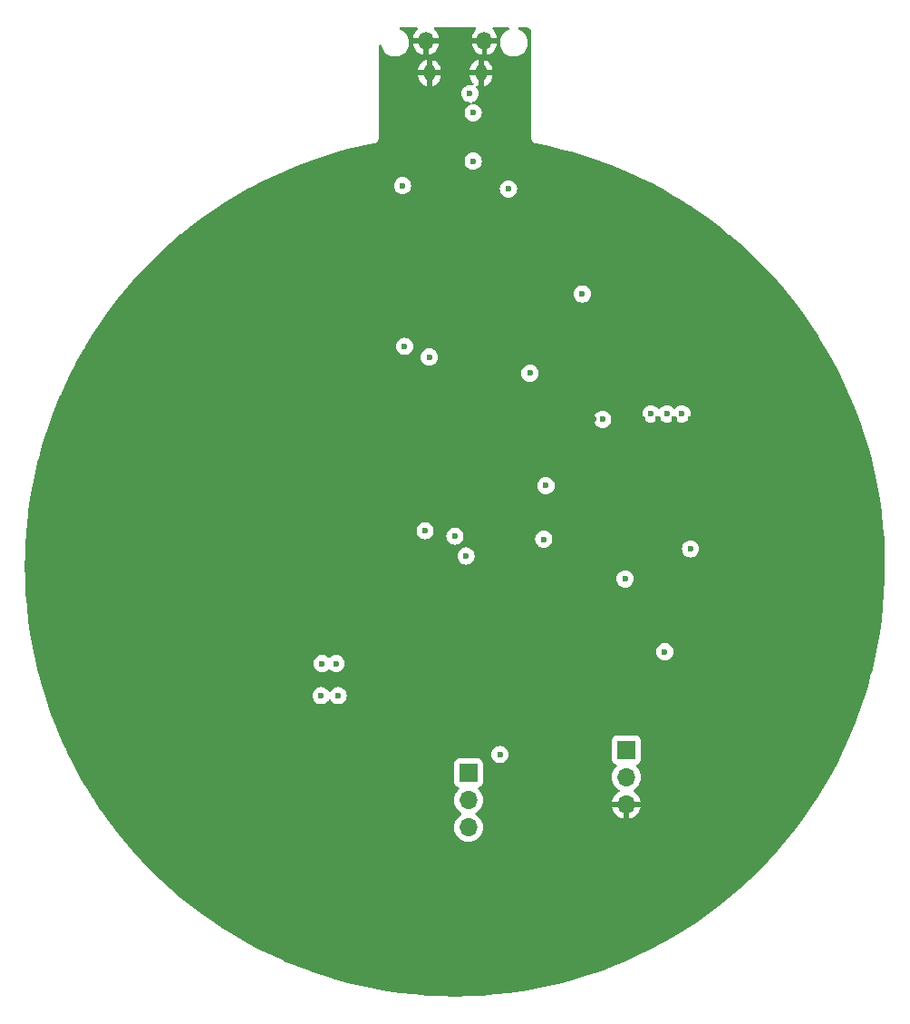
<source format=gbr>
%TF.GenerationSoftware,KiCad,Pcbnew,8.0.6*%
%TF.CreationDate,2024-11-26T17:38:28-05:00*%
%TF.ProjectId,Christmas Ornament 2024,43687269-7374-46d6-9173-204f726e616d,rev?*%
%TF.SameCoordinates,Original*%
%TF.FileFunction,Copper,L2,Inr*%
%TF.FilePolarity,Positive*%
%FSLAX46Y46*%
G04 Gerber Fmt 4.6, Leading zero omitted, Abs format (unit mm)*
G04 Created by KiCad (PCBNEW 8.0.6) date 2024-11-26 17:38:28*
%MOMM*%
%LPD*%
G01*
G04 APERTURE LIST*
%TA.AperFunction,ComponentPad*%
%ADD10R,1.700000X1.700000*%
%TD*%
%TA.AperFunction,ComponentPad*%
%ADD11O,1.700000X1.700000*%
%TD*%
%TA.AperFunction,ComponentPad*%
%ADD12O,1.350000X1.700000*%
%TD*%
%TA.AperFunction,ComponentPad*%
%ADD13O,1.100000X1.500000*%
%TD*%
%TA.AperFunction,ViaPad*%
%ADD14C,0.600000*%
%TD*%
G04 APERTURE END LIST*
D10*
%TO.N,+5C*%
%TO.C,J4*%
X128270000Y-120904000D03*
D11*
%TO.N,+5ish*%
X128270000Y-123444000D03*
%TO.N,+5V*%
X128270000Y-125984000D03*
%TD*%
D10*
%TO.N,+BATT*%
%TO.C,J5*%
X143020000Y-118760000D03*
D11*
%TO.N,unconnected-(J5-Pin_2-Pad2)*%
X143020000Y-121300000D03*
%TO.N,GND*%
X143020000Y-123840000D03*
%TD*%
D12*
%TO.N,GND*%
%TO.C,J1*%
X129755000Y-52560000D03*
D13*
X129444999Y-55559999D03*
X124605000Y-55560000D03*
D12*
X124295000Y-52560000D03*
%TD*%
D14*
%TO.N,GND*%
X128550000Y-136900000D03*
X142750000Y-133650000D03*
X153800000Y-125400000D03*
X160750000Y-113450000D03*
X163000000Y-99750000D03*
X159700000Y-85950000D03*
X125350000Y-65650000D03*
%TO.N,+3V3*%
X114500000Y-113700000D03*
X134000000Y-83600000D03*
X116100000Y-113700000D03*
X146600000Y-109600000D03*
X122300000Y-81100000D03*
X124206000Y-98298000D03*
X140800000Y-87900000D03*
X146800000Y-87400000D03*
X138900000Y-76200000D03*
X128700000Y-59300000D03*
X114600000Y-110700000D03*
X148200000Y-87400000D03*
X145300000Y-87400000D03*
X115900000Y-110700000D03*
X128700000Y-63800000D03*
X128036549Y-100663451D03*
X149000000Y-100000000D03*
X135500000Y-94100000D03*
X135300000Y-99100000D03*
%TO.N,GND*%
X116300000Y-134500000D03*
X140562500Y-97667500D03*
X136000000Y-108200000D03*
X149000000Y-87900000D03*
X92100000Y-104200000D03*
X129000000Y-99025000D03*
X132300000Y-94600000D03*
X130700000Y-103500000D03*
X150200000Y-98982500D03*
X129186403Y-97825000D03*
X143300000Y-80500000D03*
X124300000Y-102800000D03*
X104600000Y-128100000D03*
X138500000Y-87900000D03*
X120396000Y-115062000D03*
X132000000Y-99100000D03*
X139562500Y-98700000D03*
X95600000Y-117500000D03*
X140000000Y-87900000D03*
X135100000Y-85700000D03*
X125200000Y-100300000D03*
X136000000Y-79500000D03*
X125300000Y-59300000D03*
X151300000Y-95500000D03*
X147500000Y-87900000D03*
X144500000Y-108100000D03*
X139300000Y-102600000D03*
X104000000Y-130800000D03*
X146000000Y-108100000D03*
X111900000Y-71200000D03*
X125300000Y-63900000D03*
X149500000Y-75000000D03*
X144500000Y-87900000D03*
X137600000Y-67800000D03*
X93500000Y-90700000D03*
X123200000Y-98300000D03*
X122200000Y-91800000D03*
X100500000Y-79200000D03*
X146000000Y-87900000D03*
X110236000Y-115062000D03*
X113030000Y-116332000D03*
X137000000Y-87900000D03*
X126700000Y-88800000D03*
X145900000Y-134900000D03*
X148450000Y-116550000D03*
%TO.N,+BATT*%
X131200000Y-119200000D03*
%TO.N,+5V*%
X128400000Y-57500000D03*
%TO.N,Net-(JP1-B)*%
X127000000Y-98806000D03*
%TO.N,QSPI SS*%
X122100000Y-66100000D03*
X124600000Y-82100000D03*
%TO.N,Net-(SW1-A)*%
X142900000Y-102800000D03*
X132000000Y-66400000D03*
%TD*%
%TA.AperFunction,Conductor*%
%TO.N,GND*%
G36*
X123485476Y-51320185D02*
G01*
X123531231Y-51372989D01*
X123541175Y-51442147D01*
X123512150Y-51505703D01*
X123506118Y-51512181D01*
X123398758Y-51619540D01*
X123398754Y-51619545D01*
X123290052Y-51769162D01*
X123206084Y-51933956D01*
X123206083Y-51933959D01*
X123148933Y-52109852D01*
X123120000Y-52292526D01*
X123120000Y-52310000D01*
X123945000Y-52310000D01*
X123945000Y-52810000D01*
X123120000Y-52810000D01*
X123120000Y-52827473D01*
X123148933Y-53010147D01*
X123206083Y-53186040D01*
X123206084Y-53186043D01*
X123290052Y-53350837D01*
X123398754Y-53500454D01*
X123398758Y-53500459D01*
X123529540Y-53631241D01*
X123529545Y-53631245D01*
X123679162Y-53739947D01*
X123843956Y-53823915D01*
X123843959Y-53823916D01*
X124019845Y-53881064D01*
X124019858Y-53881067D01*
X124045000Y-53885049D01*
X124045000Y-53054975D01*
X124080095Y-53090070D01*
X124159905Y-53136148D01*
X124248922Y-53160000D01*
X124341078Y-53160000D01*
X124430095Y-53136148D01*
X124509905Y-53090070D01*
X124545000Y-53054975D01*
X124545000Y-53885048D01*
X124570141Y-53881067D01*
X124570154Y-53881064D01*
X124746040Y-53823916D01*
X124746043Y-53823915D01*
X124910837Y-53739947D01*
X125060454Y-53631245D01*
X125060459Y-53631241D01*
X125191241Y-53500459D01*
X125191245Y-53500454D01*
X125299947Y-53350837D01*
X125383915Y-53186043D01*
X125383916Y-53186040D01*
X125441066Y-53010147D01*
X125470000Y-52827473D01*
X125470000Y-52810000D01*
X124645000Y-52810000D01*
X124645000Y-52310000D01*
X125470000Y-52310000D01*
X125470000Y-52292526D01*
X125441066Y-52109852D01*
X125383916Y-51933959D01*
X125383915Y-51933956D01*
X125299947Y-51769162D01*
X125191245Y-51619545D01*
X125191241Y-51619540D01*
X125083882Y-51512181D01*
X125050397Y-51450858D01*
X125055381Y-51381166D01*
X125097253Y-51325233D01*
X125162717Y-51300816D01*
X125171563Y-51300500D01*
X128878437Y-51300500D01*
X128945476Y-51320185D01*
X128991231Y-51372989D01*
X129001175Y-51442147D01*
X128972150Y-51505703D01*
X128966118Y-51512181D01*
X128858758Y-51619540D01*
X128858754Y-51619545D01*
X128750052Y-51769162D01*
X128666084Y-51933956D01*
X128666083Y-51933959D01*
X128608933Y-52109852D01*
X128580000Y-52292526D01*
X128580000Y-52310000D01*
X129405000Y-52310000D01*
X129405000Y-52810000D01*
X128580000Y-52810000D01*
X128580000Y-52827473D01*
X128608933Y-53010147D01*
X128666083Y-53186040D01*
X128666084Y-53186043D01*
X128750052Y-53350837D01*
X128858754Y-53500454D01*
X128858758Y-53500459D01*
X128989540Y-53631241D01*
X128989545Y-53631245D01*
X129139162Y-53739947D01*
X129303956Y-53823915D01*
X129303959Y-53823916D01*
X129479845Y-53881064D01*
X129479858Y-53881067D01*
X129505000Y-53885049D01*
X129505000Y-53054975D01*
X129540095Y-53090070D01*
X129619905Y-53136148D01*
X129708922Y-53160000D01*
X129801078Y-53160000D01*
X129890095Y-53136148D01*
X129969905Y-53090070D01*
X130005000Y-53054975D01*
X130005000Y-53885048D01*
X130030141Y-53881067D01*
X130030154Y-53881064D01*
X130206040Y-53823916D01*
X130206043Y-53823915D01*
X130370837Y-53739947D01*
X130520454Y-53631245D01*
X130520459Y-53631241D01*
X130651241Y-53500459D01*
X130651245Y-53500454D01*
X130759947Y-53350837D01*
X130843915Y-53186043D01*
X130843916Y-53186040D01*
X130901066Y-53010147D01*
X130930000Y-52827473D01*
X130930000Y-52810000D01*
X130105000Y-52810000D01*
X130105000Y-52310000D01*
X130930000Y-52310000D01*
X130930000Y-52292526D01*
X130901066Y-52109852D01*
X130843916Y-51933959D01*
X130843915Y-51933956D01*
X130759947Y-51769162D01*
X130651245Y-51619545D01*
X130651241Y-51619540D01*
X130543882Y-51512181D01*
X130510397Y-51450858D01*
X130515381Y-51381166D01*
X130557253Y-51325233D01*
X130622717Y-51300816D01*
X130631563Y-51300500D01*
X131969693Y-51300500D01*
X132036732Y-51320185D01*
X132082487Y-51372989D01*
X132092431Y-51442147D01*
X132063406Y-51505703D01*
X132008013Y-51542430D01*
X132003506Y-51543894D01*
X132000777Y-51544781D01*
X131818386Y-51637715D01*
X131652786Y-51758028D01*
X131508028Y-51902786D01*
X131387715Y-52068386D01*
X131294781Y-52250776D01*
X131231522Y-52445465D01*
X131199500Y-52647648D01*
X131199500Y-52852351D01*
X131231522Y-53054534D01*
X131294781Y-53249223D01*
X131387715Y-53431613D01*
X131508028Y-53597213D01*
X131652786Y-53741971D01*
X131765575Y-53823915D01*
X131818390Y-53862287D01*
X131934607Y-53921503D01*
X132000776Y-53955218D01*
X132000778Y-53955218D01*
X132000781Y-53955220D01*
X132105137Y-53989127D01*
X132195465Y-54018477D01*
X132296557Y-54034488D01*
X132397648Y-54050500D01*
X132397649Y-54050500D01*
X132602351Y-54050500D01*
X132602352Y-54050500D01*
X132804534Y-54018477D01*
X132999219Y-53955220D01*
X133181610Y-53862287D01*
X133274590Y-53794732D01*
X133347213Y-53741971D01*
X133347215Y-53741968D01*
X133347219Y-53741966D01*
X133491966Y-53597219D01*
X133491968Y-53597215D01*
X133491971Y-53597213D01*
X133544732Y-53524590D01*
X133612287Y-53431610D01*
X133705220Y-53249219D01*
X133768477Y-53054534D01*
X133800500Y-52852352D01*
X133800500Y-52647648D01*
X133772472Y-52470686D01*
X133768477Y-52445465D01*
X133718784Y-52292526D01*
X133705220Y-52250781D01*
X133705218Y-52250778D01*
X133705218Y-52250776D01*
X133666559Y-52174905D01*
X133612287Y-52068390D01*
X133604556Y-52057749D01*
X133491971Y-51902786D01*
X133347213Y-51758028D01*
X133181613Y-51637715D01*
X133181612Y-51637714D01*
X133181610Y-51637713D01*
X133051550Y-51571444D01*
X132999222Y-51544781D01*
X132999219Y-51544780D01*
X132991986Y-51542430D01*
X132934313Y-51502992D01*
X132907115Y-51438634D01*
X132919030Y-51369787D01*
X132966275Y-51318312D01*
X133030307Y-51300500D01*
X133555401Y-51300500D01*
X133555405Y-51300501D01*
X133614337Y-51300500D01*
X133628207Y-51301277D01*
X133718486Y-51311440D01*
X133745534Y-51317608D01*
X133824680Y-51345278D01*
X133849678Y-51357305D01*
X133920690Y-51401878D01*
X133942391Y-51419165D01*
X134001718Y-51478416D01*
X134019031Y-51500093D01*
X134063694Y-51571041D01*
X134075756Y-51596028D01*
X134103528Y-51675138D01*
X134109731Y-51702178D01*
X134120005Y-51792382D01*
X134120802Y-51806254D01*
X134133470Y-61589591D01*
X134131269Y-61613009D01*
X134130075Y-61619260D01*
X134130074Y-61619266D01*
X134133246Y-61662656D01*
X134133576Y-61671528D01*
X134133634Y-61715023D01*
X134135286Y-61721157D01*
X134139221Y-61744355D01*
X134139684Y-61750692D01*
X134139685Y-61750696D01*
X134153979Y-61791784D01*
X134156597Y-61800279D01*
X134167906Y-61842270D01*
X134167908Y-61842275D01*
X134171095Y-61847779D01*
X134180897Y-61869161D01*
X134182986Y-61875165D01*
X134207422Y-61911148D01*
X134212146Y-61918671D01*
X134233943Y-61956311D01*
X134233944Y-61956312D01*
X134233946Y-61956315D01*
X134238445Y-61960802D01*
X134253451Y-61978924D01*
X134257024Y-61984185D01*
X134257025Y-61984186D01*
X134289955Y-62012628D01*
X134296469Y-62018676D01*
X134327253Y-62049380D01*
X134332762Y-62052551D01*
X134351944Y-62066168D01*
X134356760Y-62070328D01*
X134395927Y-62089277D01*
X134403748Y-62093413D01*
X134441466Y-62115125D01*
X134447607Y-62116762D01*
X134469664Y-62124952D01*
X134475389Y-62127722D01*
X134489988Y-62130511D01*
X134518118Y-62135887D01*
X134526777Y-62137865D01*
X134568804Y-62149068D01*
X134570495Y-62149065D01*
X134595840Y-62151648D01*
X135773913Y-62395997D01*
X135777679Y-62396841D01*
X137000974Y-62690927D01*
X137004667Y-62691876D01*
X138218153Y-63024251D01*
X138221812Y-63025315D01*
X139424257Y-63395639D01*
X139427863Y-63396811D01*
X140618063Y-63804713D01*
X140621688Y-63806019D01*
X141798496Y-64251106D01*
X141802047Y-64252513D01*
X142577509Y-64573994D01*
X142964252Y-64734325D01*
X142967827Y-64735873D01*
X144114321Y-65253950D01*
X144117845Y-65255610D01*
X145234391Y-65803014D01*
X145247462Y-65809422D01*
X145250926Y-65811188D01*
X146362651Y-66400239D01*
X146366030Y-66402099D01*
X147446078Y-67018571D01*
X147458680Y-67025764D01*
X147462021Y-67027741D01*
X147571755Y-67095031D01*
X148534531Y-67685413D01*
X148537819Y-67687501D01*
X149027750Y-68009530D01*
X149589162Y-68378544D01*
X149592326Y-68380696D01*
X149844572Y-68558087D01*
X150621464Y-69104435D01*
X150624615Y-69106726D01*
X151630464Y-69862396D01*
X151633541Y-69864784D01*
X152615170Y-70651682D01*
X152618171Y-70654166D01*
X153574604Y-71471513D01*
X153577525Y-71474090D01*
X154507793Y-72321056D01*
X154510632Y-72323723D01*
X155413868Y-73199519D01*
X155416621Y-73202274D01*
X156291873Y-74105975D01*
X156294539Y-74108815D01*
X157131351Y-75028980D01*
X157141006Y-75039596D01*
X157143576Y-75042513D01*
X157702873Y-75697738D01*
X157960372Y-75999401D01*
X157962849Y-76002397D01*
X158121071Y-76200003D01*
X158749180Y-76984460D01*
X158751567Y-76987538D01*
X159506696Y-77993857D01*
X159508984Y-77997009D01*
X160232099Y-79026502D01*
X160234288Y-79029725D01*
X160924721Y-80081437D01*
X160926796Y-80084708D01*
X161067607Y-80314632D01*
X161583862Y-81157600D01*
X161585844Y-81160953D01*
X162208879Y-82253940D01*
X162210755Y-82257354D01*
X162799164Y-83369391D01*
X162800931Y-83372862D01*
X163348705Y-84491769D01*
X163354102Y-84502792D01*
X163355760Y-84506317D01*
X163873185Y-85653105D01*
X163874731Y-85656681D01*
X164355869Y-86819124D01*
X164357302Y-86822746D01*
X164427790Y-87009435D01*
X164758854Y-87886274D01*
X164801700Y-87999752D01*
X164803015Y-88003410D01*
X164828960Y-88079254D01*
X165210217Y-89193769D01*
X165211420Y-89197474D01*
X165581035Y-90400050D01*
X165582121Y-90403791D01*
X165913790Y-91617406D01*
X165914757Y-91621179D01*
X166208130Y-92844561D01*
X166208979Y-92848363D01*
X166463788Y-94080382D01*
X166464517Y-94084208D01*
X166680505Y-95323637D01*
X166681113Y-95327485D01*
X166858058Y-96573040D01*
X166858546Y-96576904D01*
X166996290Y-97827476D01*
X166996655Y-97831354D01*
X167095046Y-99085563D01*
X167095290Y-99089451D01*
X167154242Y-100346185D01*
X167154363Y-100350078D01*
X167173811Y-101608010D01*
X167173810Y-101611905D01*
X167153738Y-102869827D01*
X167153615Y-102873721D01*
X167094041Y-104130429D01*
X167093795Y-104134316D01*
X166994782Y-105388474D01*
X166994415Y-105392352D01*
X166856054Y-106642828D01*
X166855565Y-106646692D01*
X166677995Y-107892212D01*
X166677384Y-107896060D01*
X166460791Y-109135323D01*
X166460061Y-109139149D01*
X166204634Y-110371079D01*
X166203783Y-110374880D01*
X165909796Y-111598147D01*
X165908826Y-111601919D01*
X165576575Y-112815304D01*
X165575488Y-112819045D01*
X165205264Y-114021474D01*
X165204059Y-114025178D01*
X164796273Y-115215318D01*
X164794953Y-115218983D01*
X164349967Y-116395778D01*
X164348532Y-116399399D01*
X163866819Y-117561605D01*
X163865271Y-117565180D01*
X163347288Y-118711685D01*
X163345629Y-118715209D01*
X162791885Y-119844891D01*
X162790116Y-119848361D01*
X162201170Y-120960081D01*
X162199293Y-120963494D01*
X161575702Y-122056196D01*
X161573718Y-122059548D01*
X160916141Y-123132081D01*
X160914053Y-123135370D01*
X160223095Y-124186746D01*
X160220905Y-124189967D01*
X159497274Y-125219109D01*
X159494984Y-125222260D01*
X158739371Y-126228184D01*
X158736983Y-126231261D01*
X157950155Y-127212946D01*
X157947671Y-127215947D01*
X157130392Y-128172440D01*
X157127815Y-128175361D01*
X156280917Y-129105691D01*
X156278250Y-129108530D01*
X155402536Y-130011812D01*
X155399781Y-130014566D01*
X154496127Y-130889898D01*
X154493287Y-130892564D01*
X153562581Y-131739084D01*
X153559659Y-131741659D01*
X152602819Y-132558534D01*
X152599817Y-132561016D01*
X151617818Y-133347411D01*
X151614740Y-133349798D01*
X150608496Y-134104984D01*
X150605344Y-134107273D01*
X149575896Y-134830468D01*
X149572674Y-134832657D01*
X148520997Y-135523175D01*
X148517708Y-135525261D01*
X147444891Y-136182388D01*
X147441537Y-136184371D01*
X146348575Y-136807496D01*
X146345162Y-136809371D01*
X145233204Y-137397841D01*
X145229733Y-137399609D01*
X144099817Y-137952874D01*
X144096292Y-137954532D01*
X142949541Y-138472040D01*
X142945965Y-138473586D01*
X141783566Y-138954803D01*
X141779945Y-138956236D01*
X140602979Y-139400716D01*
X140599313Y-139402035D01*
X139408981Y-139809322D01*
X139405277Y-139810525D01*
X138202719Y-140180231D01*
X138198978Y-140181317D01*
X136985416Y-140513065D01*
X136981643Y-140514033D01*
X135758253Y-140807501D01*
X135754451Y-140808350D01*
X134522450Y-141063248D01*
X134518624Y-141063977D01*
X133279237Y-141280050D01*
X133275389Y-141280659D01*
X132029825Y-141457697D01*
X132025961Y-141458185D01*
X130775394Y-141596020D01*
X130771516Y-141596385D01*
X129517314Y-141694866D01*
X129513426Y-141695110D01*
X128256728Y-141754151D01*
X128252835Y-141754273D01*
X126994872Y-141773811D01*
X126990977Y-141773810D01*
X125733055Y-141753829D01*
X125729161Y-141753706D01*
X124472480Y-141694224D01*
X124468593Y-141693979D01*
X123214396Y-141595054D01*
X123210518Y-141594687D01*
X121960037Y-141456416D01*
X121956173Y-141455927D01*
X120710662Y-141278450D01*
X120706814Y-141277840D01*
X119467477Y-141061327D01*
X119463651Y-141060596D01*
X118244713Y-140807955D01*
X118231757Y-140805269D01*
X118227962Y-140804421D01*
X117004683Y-140510523D01*
X117000910Y-140509554D01*
X115801845Y-140181317D01*
X115787414Y-140177366D01*
X115783699Y-140176286D01*
X115379267Y-140051794D01*
X114581307Y-139806168D01*
X114577602Y-139804964D01*
X113537064Y-139448521D01*
X113387380Y-139397246D01*
X113383720Y-139395928D01*
X112206940Y-138951045D01*
X112203318Y-138949611D01*
X111041029Y-138467960D01*
X111037455Y-138466412D01*
X109890936Y-137948523D01*
X109887411Y-137946864D01*
X108757677Y-137393196D01*
X108754207Y-137391427D01*
X107642445Y-136802561D01*
X107639032Y-136800684D01*
X106546323Y-136177194D01*
X106542970Y-136175211D01*
X105481042Y-135524240D01*
X105470327Y-135517671D01*
X105467049Y-135515590D01*
X105364229Y-135448028D01*
X104415653Y-134824727D01*
X104412431Y-134822537D01*
X103383222Y-134098970D01*
X103380071Y-134096680D01*
X102374092Y-133341140D01*
X102371015Y-133338752D01*
X101389293Y-132552010D01*
X101386292Y-132549527D01*
X100429738Y-131732315D01*
X100426816Y-131729738D01*
X99496427Y-130882908D01*
X99493588Y-130880242D01*
X99103203Y-130501827D01*
X98590200Y-130004553D01*
X98587495Y-130001847D01*
X98066094Y-129463653D01*
X97712074Y-129098230D01*
X97709408Y-129095390D01*
X96862820Y-128164745D01*
X96860245Y-128161823D01*
X96043319Y-127205062D01*
X96040836Y-127202060D01*
X95254354Y-126220098D01*
X95251967Y-126217020D01*
X95077059Y-125984000D01*
X94496687Y-125210802D01*
X94494440Y-125207709D01*
X93984897Y-124482498D01*
X93771151Y-124178283D01*
X93768962Y-124175061D01*
X93288881Y-123443999D01*
X126914341Y-123443999D01*
X126914341Y-123444000D01*
X126934936Y-123679403D01*
X126934938Y-123679413D01*
X126996094Y-123907655D01*
X126996096Y-123907659D01*
X126996097Y-123907663D01*
X127054540Y-124032993D01*
X127095965Y-124121830D01*
X127095967Y-124121834D01*
X127231501Y-124315395D01*
X127231506Y-124315402D01*
X127398597Y-124482493D01*
X127398603Y-124482498D01*
X127584158Y-124612425D01*
X127627783Y-124667002D01*
X127634977Y-124736500D01*
X127603454Y-124798855D01*
X127584158Y-124815575D01*
X127398597Y-124945505D01*
X127231505Y-125112597D01*
X127095965Y-125306169D01*
X127095964Y-125306171D01*
X126996098Y-125520335D01*
X126996094Y-125520344D01*
X126934938Y-125748586D01*
X126934936Y-125748596D01*
X126914341Y-125983999D01*
X126914341Y-125984000D01*
X126934936Y-126219403D01*
X126934938Y-126219413D01*
X126996094Y-126447655D01*
X126996096Y-126447659D01*
X126996097Y-126447663D01*
X127086205Y-126640900D01*
X127095965Y-126661830D01*
X127095967Y-126661834D01*
X127204281Y-126816521D01*
X127231505Y-126855401D01*
X127398599Y-127022495D01*
X127495384Y-127090265D01*
X127592165Y-127158032D01*
X127592167Y-127158033D01*
X127592170Y-127158035D01*
X127806337Y-127257903D01*
X128034592Y-127319063D01*
X128222918Y-127335539D01*
X128269999Y-127339659D01*
X128270000Y-127339659D01*
X128270001Y-127339659D01*
X128309234Y-127336226D01*
X128505408Y-127319063D01*
X128733663Y-127257903D01*
X128947830Y-127158035D01*
X129141401Y-127022495D01*
X129308495Y-126855401D01*
X129444035Y-126661830D01*
X129543903Y-126447663D01*
X129605063Y-126219408D01*
X129625659Y-125984000D01*
X129605063Y-125748592D01*
X129543903Y-125520337D01*
X129444035Y-125306171D01*
X129385281Y-125222260D01*
X129308494Y-125112597D01*
X129141402Y-124945506D01*
X129141396Y-124945501D01*
X128955842Y-124815575D01*
X128912217Y-124760998D01*
X128905023Y-124691500D01*
X128936546Y-124629145D01*
X128955842Y-124612425D01*
X129011425Y-124573505D01*
X129141401Y-124482495D01*
X129308495Y-124315401D01*
X129444035Y-124121830D01*
X129543903Y-123907663D01*
X129605063Y-123679408D01*
X129625659Y-123444000D01*
X129605063Y-123208592D01*
X129543903Y-122980337D01*
X129444035Y-122766171D01*
X129378011Y-122671879D01*
X129308496Y-122572600D01*
X129259203Y-122523307D01*
X129186567Y-122450671D01*
X129153084Y-122389351D01*
X129158068Y-122319659D01*
X129199939Y-122263725D01*
X129230915Y-122246810D01*
X129362331Y-122197796D01*
X129477546Y-122111546D01*
X129563796Y-121996331D01*
X129614091Y-121861483D01*
X129620500Y-121801873D01*
X129620500Y-121299999D01*
X141664341Y-121299999D01*
X141664341Y-121300000D01*
X141684936Y-121535403D01*
X141684938Y-121535413D01*
X141746094Y-121763655D01*
X141746096Y-121763659D01*
X141746097Y-121763663D01*
X141845965Y-121977830D01*
X141845967Y-121977834D01*
X141981501Y-122171395D01*
X141981506Y-122171402D01*
X142148597Y-122338493D01*
X142148603Y-122338498D01*
X142334594Y-122468730D01*
X142378219Y-122523307D01*
X142385413Y-122592805D01*
X142353890Y-122655160D01*
X142334595Y-122671880D01*
X142148922Y-122801890D01*
X142148920Y-122801891D01*
X141981891Y-122968920D01*
X141981886Y-122968926D01*
X141846400Y-123162420D01*
X141846399Y-123162422D01*
X141746570Y-123376507D01*
X141746567Y-123376513D01*
X141689364Y-123589999D01*
X141689364Y-123590000D01*
X142586988Y-123590000D01*
X142554075Y-123647007D01*
X142520000Y-123774174D01*
X142520000Y-123905826D01*
X142554075Y-124032993D01*
X142586988Y-124090000D01*
X141689364Y-124090000D01*
X141746567Y-124303486D01*
X141746570Y-124303492D01*
X141846399Y-124517578D01*
X141981894Y-124711082D01*
X142148917Y-124878105D01*
X142342421Y-125013600D01*
X142556507Y-125113429D01*
X142556516Y-125113433D01*
X142770000Y-125170634D01*
X142770000Y-124273012D01*
X142827007Y-124305925D01*
X142954174Y-124340000D01*
X143085826Y-124340000D01*
X143212993Y-124305925D01*
X143270000Y-124273012D01*
X143270000Y-125170633D01*
X143483483Y-125113433D01*
X143483492Y-125113429D01*
X143697578Y-125013600D01*
X143891082Y-124878105D01*
X144058105Y-124711082D01*
X144193600Y-124517578D01*
X144293429Y-124303492D01*
X144293432Y-124303486D01*
X144350636Y-124090000D01*
X143453012Y-124090000D01*
X143485925Y-124032993D01*
X143520000Y-123905826D01*
X143520000Y-123774174D01*
X143485925Y-123647007D01*
X143453012Y-123590000D01*
X144350636Y-123590000D01*
X144350635Y-123589999D01*
X144293432Y-123376513D01*
X144293429Y-123376507D01*
X144193600Y-123162422D01*
X144193599Y-123162420D01*
X144058113Y-122968926D01*
X144058108Y-122968920D01*
X143891078Y-122801890D01*
X143705405Y-122671879D01*
X143661780Y-122617302D01*
X143654588Y-122547804D01*
X143686110Y-122485449D01*
X143705406Y-122468730D01*
X143731194Y-122450673D01*
X143891401Y-122338495D01*
X144058495Y-122171401D01*
X144194035Y-121977830D01*
X144293903Y-121763663D01*
X144355063Y-121535408D01*
X144375659Y-121300000D01*
X144373789Y-121278632D01*
X144355063Y-121064596D01*
X144355063Y-121064592D01*
X144293903Y-120836337D01*
X144194035Y-120622171D01*
X144058495Y-120428599D01*
X143936567Y-120306671D01*
X143903084Y-120245351D01*
X143908068Y-120175659D01*
X143949939Y-120119725D01*
X143980915Y-120102810D01*
X144112331Y-120053796D01*
X144227546Y-119967546D01*
X144313796Y-119852331D01*
X144364091Y-119717483D01*
X144370500Y-119657873D01*
X144370499Y-117862128D01*
X144364091Y-117802517D01*
X144313796Y-117667669D01*
X144313795Y-117667668D01*
X144313793Y-117667664D01*
X144227547Y-117552455D01*
X144227544Y-117552452D01*
X144112335Y-117466206D01*
X144112328Y-117466202D01*
X143977482Y-117415908D01*
X143977483Y-117415908D01*
X143917883Y-117409501D01*
X143917881Y-117409500D01*
X143917873Y-117409500D01*
X143917864Y-117409500D01*
X142122129Y-117409500D01*
X142122123Y-117409501D01*
X142062516Y-117415908D01*
X141927671Y-117466202D01*
X141927664Y-117466206D01*
X141812455Y-117552452D01*
X141812452Y-117552455D01*
X141726206Y-117667664D01*
X141726202Y-117667671D01*
X141675908Y-117802517D01*
X141673515Y-117824780D01*
X141669501Y-117862123D01*
X141669500Y-117862135D01*
X141669500Y-119657870D01*
X141669501Y-119657876D01*
X141675908Y-119717483D01*
X141726202Y-119852328D01*
X141726206Y-119852335D01*
X141812452Y-119967544D01*
X141812455Y-119967547D01*
X141927664Y-120053793D01*
X141927671Y-120053797D01*
X142059081Y-120102810D01*
X142115015Y-120144681D01*
X142139432Y-120210145D01*
X142124580Y-120278418D01*
X142103430Y-120306673D01*
X141981503Y-120428600D01*
X141845965Y-120622169D01*
X141845964Y-120622171D01*
X141746098Y-120836335D01*
X141746094Y-120836344D01*
X141684938Y-121064586D01*
X141684936Y-121064596D01*
X141664341Y-121299999D01*
X129620500Y-121299999D01*
X129620499Y-120006128D01*
X129614091Y-119946517D01*
X129578963Y-119852335D01*
X129563797Y-119811671D01*
X129563793Y-119811664D01*
X129477547Y-119696455D01*
X129477544Y-119696452D01*
X129362335Y-119610206D01*
X129362328Y-119610202D01*
X129227482Y-119559908D01*
X129227483Y-119559908D01*
X129167883Y-119553501D01*
X129167881Y-119553500D01*
X129167873Y-119553500D01*
X129167864Y-119553500D01*
X127372129Y-119553500D01*
X127372123Y-119553501D01*
X127312516Y-119559908D01*
X127177671Y-119610202D01*
X127177664Y-119610206D01*
X127062455Y-119696452D01*
X127062452Y-119696455D01*
X126976206Y-119811664D01*
X126976202Y-119811671D01*
X126925908Y-119946517D01*
X126919560Y-120005565D01*
X126919501Y-120006123D01*
X126919500Y-120006135D01*
X126919500Y-121801870D01*
X126919501Y-121801876D01*
X126925908Y-121861483D01*
X126976202Y-121996328D01*
X126976206Y-121996335D01*
X127062452Y-122111544D01*
X127062455Y-122111547D01*
X127177664Y-122197793D01*
X127177671Y-122197797D01*
X127309081Y-122246810D01*
X127365015Y-122288681D01*
X127389432Y-122354145D01*
X127374580Y-122422418D01*
X127353430Y-122450673D01*
X127231503Y-122572600D01*
X127095965Y-122766169D01*
X127095964Y-122766171D01*
X126996098Y-122980335D01*
X126996094Y-122980344D01*
X126934938Y-123208586D01*
X126934936Y-123208596D01*
X126914341Y-123443999D01*
X93288881Y-123443999D01*
X93078383Y-123123456D01*
X93076296Y-123120167D01*
X92426536Y-122059548D01*
X92419070Y-122047362D01*
X92417090Y-122044012D01*
X91793905Y-120951128D01*
X91792029Y-120947715D01*
X91203466Y-119835775D01*
X91201698Y-119832304D01*
X90892031Y-119199996D01*
X130394435Y-119199996D01*
X130394435Y-119200003D01*
X130414630Y-119379249D01*
X130414631Y-119379254D01*
X130474211Y-119549523D01*
X130542294Y-119657876D01*
X130570184Y-119702262D01*
X130697738Y-119829816D01*
X130850478Y-119925789D01*
X130969807Y-119967544D01*
X131020745Y-119985368D01*
X131020750Y-119985369D01*
X131199996Y-120005565D01*
X131200000Y-120005565D01*
X131200004Y-120005565D01*
X131379249Y-119985369D01*
X131379252Y-119985368D01*
X131379255Y-119985368D01*
X131549522Y-119925789D01*
X131702262Y-119829816D01*
X131829816Y-119702262D01*
X131925789Y-119549522D01*
X131985368Y-119379255D01*
X132005565Y-119200000D01*
X131985368Y-119020745D01*
X131925789Y-118850478D01*
X131829816Y-118697738D01*
X131702262Y-118570184D01*
X131549523Y-118474211D01*
X131379254Y-118414631D01*
X131379249Y-118414630D01*
X131200004Y-118394435D01*
X131199996Y-118394435D01*
X131020750Y-118414630D01*
X131020745Y-118414631D01*
X130850476Y-118474211D01*
X130697737Y-118570184D01*
X130570184Y-118697737D01*
X130474211Y-118850476D01*
X130414631Y-119020745D01*
X130414630Y-119020750D01*
X130394435Y-119199996D01*
X90892031Y-119199996D01*
X90648352Y-118702428D01*
X90646694Y-118698903D01*
X90518382Y-118414631D01*
X90129118Y-117552224D01*
X90127573Y-117548652D01*
X89646252Y-116386239D01*
X89644819Y-116382617D01*
X89200262Y-115205703D01*
X89198943Y-115202038D01*
X88791573Y-114011745D01*
X88790369Y-114008040D01*
X88695642Y-113699996D01*
X113694435Y-113699996D01*
X113694435Y-113700003D01*
X113714630Y-113879249D01*
X113714631Y-113879254D01*
X113774211Y-114049523D01*
X113804993Y-114098512D01*
X113870184Y-114202262D01*
X113997738Y-114329816D01*
X114150478Y-114425789D01*
X114320745Y-114485368D01*
X114320750Y-114485369D01*
X114499996Y-114505565D01*
X114500000Y-114505565D01*
X114500004Y-114505565D01*
X114679249Y-114485369D01*
X114679252Y-114485368D01*
X114679255Y-114485368D01*
X114849522Y-114425789D01*
X115002262Y-114329816D01*
X115129816Y-114202262D01*
X115195007Y-114098510D01*
X115247341Y-114052221D01*
X115316394Y-114041573D01*
X115380243Y-114069948D01*
X115404992Y-114098509D01*
X115470184Y-114202262D01*
X115597738Y-114329816D01*
X115750478Y-114425789D01*
X115920745Y-114485368D01*
X115920750Y-114485369D01*
X116099996Y-114505565D01*
X116100000Y-114505565D01*
X116100004Y-114505565D01*
X116279249Y-114485369D01*
X116279252Y-114485368D01*
X116279255Y-114485368D01*
X116449522Y-114425789D01*
X116602262Y-114329816D01*
X116729816Y-114202262D01*
X116825789Y-114049522D01*
X116885368Y-113879255D01*
X116905565Y-113700000D01*
X116885368Y-113520745D01*
X116825789Y-113350478D01*
X116824092Y-113347778D01*
X116729815Y-113197737D01*
X116602262Y-113070184D01*
X116449523Y-112974211D01*
X116279254Y-112914631D01*
X116279249Y-112914630D01*
X116100004Y-112894435D01*
X116099996Y-112894435D01*
X115920750Y-112914630D01*
X115920745Y-112914631D01*
X115750476Y-112974211D01*
X115597737Y-113070184D01*
X115470184Y-113197737D01*
X115404994Y-113301487D01*
X115352659Y-113347778D01*
X115283605Y-113358426D01*
X115219757Y-113330051D01*
X115195006Y-113301487D01*
X115129815Y-113197737D01*
X115002262Y-113070184D01*
X114849523Y-112974211D01*
X114679254Y-112914631D01*
X114679249Y-112914630D01*
X114500004Y-112894435D01*
X114499996Y-112894435D01*
X114320750Y-112914630D01*
X114320745Y-112914631D01*
X114150476Y-112974211D01*
X113997737Y-113070184D01*
X113870184Y-113197737D01*
X113774211Y-113350476D01*
X113714631Y-113520745D01*
X113714630Y-113520750D01*
X113694435Y-113699996D01*
X88695642Y-113699996D01*
X88420571Y-112805490D01*
X88419485Y-112801749D01*
X88137479Y-111770442D01*
X88087643Y-111588190D01*
X88086681Y-111584438D01*
X87994975Y-111202262D01*
X87874453Y-110699996D01*
X113794435Y-110699996D01*
X113794435Y-110700003D01*
X113814630Y-110879249D01*
X113814631Y-110879254D01*
X113874211Y-111049523D01*
X113950000Y-111170139D01*
X113970184Y-111202262D01*
X114097738Y-111329816D01*
X114250478Y-111425789D01*
X114420745Y-111485368D01*
X114420750Y-111485369D01*
X114599996Y-111505565D01*
X114600000Y-111505565D01*
X114600004Y-111505565D01*
X114779249Y-111485369D01*
X114779252Y-111485368D01*
X114779255Y-111485368D01*
X114949522Y-111425789D01*
X115102262Y-111329816D01*
X115162319Y-111269759D01*
X115223642Y-111236274D01*
X115293334Y-111241258D01*
X115337681Y-111269759D01*
X115397738Y-111329816D01*
X115550478Y-111425789D01*
X115720745Y-111485368D01*
X115720750Y-111485369D01*
X115899996Y-111505565D01*
X115900000Y-111505565D01*
X115900004Y-111505565D01*
X116079249Y-111485369D01*
X116079252Y-111485368D01*
X116079255Y-111485368D01*
X116249522Y-111425789D01*
X116402262Y-111329816D01*
X116529816Y-111202262D01*
X116625789Y-111049522D01*
X116685368Y-110879255D01*
X116705565Y-110700000D01*
X116687480Y-110539493D01*
X116685369Y-110520750D01*
X116685368Y-110520745D01*
X116637998Y-110385369D01*
X116625789Y-110350478D01*
X116529816Y-110197738D01*
X116402262Y-110070184D01*
X116249523Y-109974211D01*
X116079254Y-109914631D01*
X116079249Y-109914630D01*
X115900004Y-109894435D01*
X115899996Y-109894435D01*
X115720750Y-109914630D01*
X115720745Y-109914631D01*
X115550476Y-109974211D01*
X115397737Y-110070184D01*
X115337681Y-110130241D01*
X115276358Y-110163726D01*
X115206666Y-110158742D01*
X115162319Y-110130241D01*
X115102262Y-110070184D01*
X114949523Y-109974211D01*
X114779254Y-109914631D01*
X114779249Y-109914630D01*
X114600004Y-109894435D01*
X114599996Y-109894435D01*
X114420750Y-109914630D01*
X114420745Y-109914631D01*
X114250476Y-109974211D01*
X114097737Y-110070184D01*
X113970184Y-110197737D01*
X113874211Y-110350476D01*
X113814631Y-110520745D01*
X113814630Y-110520750D01*
X113794435Y-110699996D01*
X87874453Y-110699996D01*
X87793126Y-110361072D01*
X87792278Y-110357274D01*
X87790871Y-110350476D01*
X87635542Y-109599996D01*
X145794435Y-109599996D01*
X145794435Y-109600003D01*
X145814630Y-109779249D01*
X145814631Y-109779254D01*
X145874211Y-109949523D01*
X145889724Y-109974211D01*
X145970184Y-110102262D01*
X146097738Y-110229816D01*
X146250478Y-110325789D01*
X146385325Y-110372974D01*
X146420745Y-110385368D01*
X146420750Y-110385369D01*
X146599996Y-110405565D01*
X146600000Y-110405565D01*
X146600004Y-110405565D01*
X146779249Y-110385369D01*
X146779252Y-110385368D01*
X146779255Y-110385368D01*
X146949522Y-110325789D01*
X147102262Y-110229816D01*
X147229816Y-110102262D01*
X147325789Y-109949522D01*
X147385368Y-109779255D01*
X147405565Y-109600000D01*
X147385368Y-109420745D01*
X147325789Y-109250478D01*
X147229816Y-109097738D01*
X147102262Y-108970184D01*
X146949523Y-108874211D01*
X146779254Y-108814631D01*
X146779249Y-108814630D01*
X146600004Y-108794435D01*
X146599996Y-108794435D01*
X146420750Y-108814630D01*
X146420745Y-108814631D01*
X146250476Y-108874211D01*
X146097737Y-108970184D01*
X145970184Y-109097737D01*
X145874211Y-109250476D01*
X145814631Y-109420745D01*
X145814630Y-109420750D01*
X145794435Y-109599996D01*
X87635542Y-109599996D01*
X87537291Y-109125288D01*
X87536566Y-109121489D01*
X87532424Y-109097738D01*
X87320392Y-107882054D01*
X87319794Y-107878272D01*
X87142657Y-106632659D01*
X87142173Y-106628824D01*
X87014468Y-105470931D01*
X87004245Y-105378237D01*
X87003890Y-105374483D01*
X86905311Y-104120189D01*
X86905068Y-104116306D01*
X86845935Y-102859573D01*
X86845816Y-102855759D01*
X86844946Y-102799996D01*
X142094435Y-102799996D01*
X142094435Y-102800003D01*
X142114630Y-102979249D01*
X142114631Y-102979254D01*
X142174211Y-103149523D01*
X142270184Y-103302262D01*
X142397738Y-103429816D01*
X142550478Y-103525789D01*
X142720745Y-103585368D01*
X142720750Y-103585369D01*
X142899996Y-103605565D01*
X142900000Y-103605565D01*
X142900004Y-103605565D01*
X143079249Y-103585369D01*
X143079252Y-103585368D01*
X143079255Y-103585368D01*
X143249522Y-103525789D01*
X143402262Y-103429816D01*
X143529816Y-103302262D01*
X143625789Y-103149522D01*
X143685368Y-102979255D01*
X143690822Y-102930853D01*
X143705565Y-102800003D01*
X143705565Y-102799996D01*
X143685369Y-102620750D01*
X143685368Y-102620745D01*
X143625788Y-102450476D01*
X143529815Y-102297737D01*
X143402262Y-102170184D01*
X143249523Y-102074211D01*
X143079254Y-102014631D01*
X143079249Y-102014630D01*
X142900004Y-101994435D01*
X142899996Y-101994435D01*
X142720750Y-102014630D01*
X142720745Y-102014631D01*
X142550476Y-102074211D01*
X142397737Y-102170184D01*
X142270184Y-102297737D01*
X142174211Y-102450476D01*
X142114631Y-102620745D01*
X142114630Y-102620750D01*
X142094435Y-102799996D01*
X86844946Y-102799996D01*
X86826185Y-101597753D01*
X86826186Y-101593894D01*
X86840899Y-100663447D01*
X127230984Y-100663447D01*
X127230984Y-100663454D01*
X127251179Y-100842700D01*
X127251180Y-100842705D01*
X127310760Y-101012974D01*
X127406733Y-101165713D01*
X127534287Y-101293267D01*
X127687027Y-101389240D01*
X127857294Y-101448819D01*
X127857299Y-101448820D01*
X128036545Y-101469016D01*
X128036549Y-101469016D01*
X128036553Y-101469016D01*
X128215798Y-101448820D01*
X128215801Y-101448819D01*
X128215804Y-101448819D01*
X128386071Y-101389240D01*
X128538811Y-101293267D01*
X128666365Y-101165713D01*
X128762338Y-101012973D01*
X128821917Y-100842706D01*
X128826102Y-100805565D01*
X128842114Y-100663454D01*
X128842114Y-100663447D01*
X128821918Y-100484201D01*
X128821917Y-100484196D01*
X128774793Y-100349523D01*
X128762338Y-100313929D01*
X128666365Y-100161189D01*
X128538811Y-100033635D01*
X128485286Y-100000003D01*
X128485275Y-99999996D01*
X148194435Y-99999996D01*
X148194435Y-100000003D01*
X148214630Y-100179249D01*
X148214631Y-100179254D01*
X148274211Y-100349523D01*
X148370184Y-100502262D01*
X148497738Y-100629816D01*
X148650478Y-100725789D01*
X148820745Y-100785368D01*
X148820750Y-100785369D01*
X148999996Y-100805565D01*
X149000000Y-100805565D01*
X149000004Y-100805565D01*
X149179249Y-100785369D01*
X149179252Y-100785368D01*
X149179255Y-100785368D01*
X149349522Y-100725789D01*
X149502262Y-100629816D01*
X149629816Y-100502262D01*
X149725789Y-100349522D01*
X149785368Y-100179255D01*
X149787404Y-100161188D01*
X149805565Y-100000003D01*
X149805565Y-99999996D01*
X149785369Y-99820750D01*
X149785368Y-99820745D01*
X149725789Y-99650478D01*
X149629816Y-99497738D01*
X149502262Y-99370184D01*
X149403714Y-99308262D01*
X149349523Y-99274211D01*
X149179254Y-99214631D01*
X149179249Y-99214630D01*
X149000004Y-99194435D01*
X148999996Y-99194435D01*
X148820750Y-99214630D01*
X148820745Y-99214631D01*
X148650476Y-99274211D01*
X148497737Y-99370184D01*
X148370184Y-99497737D01*
X148274211Y-99650476D01*
X148214631Y-99820745D01*
X148214630Y-99820750D01*
X148194435Y-99999996D01*
X128485275Y-99999996D01*
X128386072Y-99937662D01*
X128215803Y-99878082D01*
X128215798Y-99878081D01*
X128036553Y-99857886D01*
X128036545Y-99857886D01*
X127857299Y-99878081D01*
X127857294Y-99878082D01*
X127687025Y-99937662D01*
X127534286Y-100033635D01*
X127406733Y-100161188D01*
X127310760Y-100313927D01*
X127251180Y-100484196D01*
X127251179Y-100484201D01*
X127230984Y-100663447D01*
X86840899Y-100663447D01*
X86846078Y-100335938D01*
X86846200Y-100332045D01*
X86847057Y-100313929D01*
X86905592Y-99075349D01*
X86905837Y-99071473D01*
X86917158Y-98927816D01*
X86966788Y-98297996D01*
X123400435Y-98297996D01*
X123400435Y-98298003D01*
X123420630Y-98477249D01*
X123420631Y-98477254D01*
X123480211Y-98647523D01*
X123576184Y-98800262D01*
X123703738Y-98927816D01*
X123856478Y-99023789D01*
X124011704Y-99078105D01*
X124026745Y-99083368D01*
X124026750Y-99083369D01*
X124205996Y-99103565D01*
X124206000Y-99103565D01*
X124206004Y-99103565D01*
X124385249Y-99083369D01*
X124385252Y-99083368D01*
X124385255Y-99083368D01*
X124555522Y-99023789D01*
X124708262Y-98927816D01*
X124830082Y-98805996D01*
X126194435Y-98805996D01*
X126194435Y-98806003D01*
X126214630Y-98985249D01*
X126214631Y-98985254D01*
X126274211Y-99155523D01*
X126311352Y-99214632D01*
X126370184Y-99308262D01*
X126497738Y-99435816D01*
X126650478Y-99531789D01*
X126820745Y-99591368D01*
X126820750Y-99591369D01*
X126999996Y-99611565D01*
X127000000Y-99611565D01*
X127000004Y-99611565D01*
X127179249Y-99591369D01*
X127179252Y-99591368D01*
X127179255Y-99591368D01*
X127349522Y-99531789D01*
X127502262Y-99435816D01*
X127629816Y-99308262D01*
X127725789Y-99155522D01*
X127745218Y-99099996D01*
X134494435Y-99099996D01*
X134494435Y-99100003D01*
X134514630Y-99279249D01*
X134514631Y-99279254D01*
X134574211Y-99449523D01*
X134604507Y-99497738D01*
X134670184Y-99602262D01*
X134797738Y-99729816D01*
X134888080Y-99786582D01*
X134942450Y-99820745D01*
X134950478Y-99825789D01*
X135042206Y-99857886D01*
X135120745Y-99885368D01*
X135120750Y-99885369D01*
X135299996Y-99905565D01*
X135300000Y-99905565D01*
X135300004Y-99905565D01*
X135479249Y-99885369D01*
X135479252Y-99885368D01*
X135479255Y-99885368D01*
X135649522Y-99825789D01*
X135802262Y-99729816D01*
X135929816Y-99602262D01*
X136025789Y-99449522D01*
X136085368Y-99279255D01*
X136085369Y-99279249D01*
X136105565Y-99100003D01*
X136105565Y-99099996D01*
X136085369Y-98920750D01*
X136085368Y-98920745D01*
X136045217Y-98806000D01*
X136025789Y-98750478D01*
X135929816Y-98597738D01*
X135802262Y-98470184D01*
X135780446Y-98456476D01*
X135649523Y-98374211D01*
X135479254Y-98314631D01*
X135479249Y-98314630D01*
X135300004Y-98294435D01*
X135299996Y-98294435D01*
X135120750Y-98314630D01*
X135120745Y-98314631D01*
X134950476Y-98374211D01*
X134797737Y-98470184D01*
X134670184Y-98597737D01*
X134574211Y-98750476D01*
X134514631Y-98920745D01*
X134514630Y-98920750D01*
X134494435Y-99099996D01*
X127745218Y-99099996D01*
X127785368Y-98985255D01*
X127792636Y-98920750D01*
X127805565Y-98806003D01*
X127805565Y-98805996D01*
X127785369Y-98626750D01*
X127785368Y-98626745D01*
X127725788Y-98456476D01*
X127636661Y-98314632D01*
X127629816Y-98303738D01*
X127502262Y-98176184D01*
X127349523Y-98080211D01*
X127179254Y-98020631D01*
X127179249Y-98020630D01*
X127000004Y-98000435D01*
X126999996Y-98000435D01*
X126820750Y-98020630D01*
X126820745Y-98020631D01*
X126650476Y-98080211D01*
X126497737Y-98176184D01*
X126370184Y-98303737D01*
X126274211Y-98456476D01*
X126214631Y-98626745D01*
X126214630Y-98626750D01*
X126194435Y-98805996D01*
X124830082Y-98805996D01*
X124835816Y-98800262D01*
X124931789Y-98647522D01*
X124991368Y-98477255D01*
X124993709Y-98456478D01*
X125011565Y-98298003D01*
X125011565Y-98297996D01*
X124991369Y-98118750D01*
X124991368Y-98118745D01*
X124957036Y-98020630D01*
X124931789Y-97948478D01*
X124835816Y-97795738D01*
X124708262Y-97668184D01*
X124555523Y-97572211D01*
X124385254Y-97512631D01*
X124385249Y-97512630D01*
X124206004Y-97492435D01*
X124205996Y-97492435D01*
X124026750Y-97512630D01*
X124026745Y-97512631D01*
X123856476Y-97572211D01*
X123703737Y-97668184D01*
X123576184Y-97795737D01*
X123480211Y-97948476D01*
X123420631Y-98118745D01*
X123420630Y-98118750D01*
X123400435Y-98297996D01*
X86966788Y-98297996D01*
X87004671Y-97817260D01*
X87005038Y-97813390D01*
X87006989Y-97795737D01*
X87143220Y-96562882D01*
X87143707Y-96559035D01*
X87147931Y-96529376D01*
X87321095Y-95313515D01*
X87321700Y-95309695D01*
X87330074Y-95261745D01*
X87532945Y-94099996D01*
X134694435Y-94099996D01*
X134694435Y-94100003D01*
X134714630Y-94279249D01*
X134714631Y-94279254D01*
X134774211Y-94449523D01*
X134870184Y-94602262D01*
X134997738Y-94729816D01*
X135150478Y-94825789D01*
X135320745Y-94885368D01*
X135320750Y-94885369D01*
X135499996Y-94905565D01*
X135500000Y-94905565D01*
X135500004Y-94905565D01*
X135679249Y-94885369D01*
X135679252Y-94885368D01*
X135679255Y-94885368D01*
X135849522Y-94825789D01*
X136002262Y-94729816D01*
X136129816Y-94602262D01*
X136225789Y-94449522D01*
X136285368Y-94279255D01*
X136305565Y-94100000D01*
X136303570Y-94082295D01*
X136285369Y-93920750D01*
X136285368Y-93920745D01*
X136225788Y-93750476D01*
X136129815Y-93597737D01*
X136002262Y-93470184D01*
X135849523Y-93374211D01*
X135679254Y-93314631D01*
X135679249Y-93314630D01*
X135500004Y-93294435D01*
X135499996Y-93294435D01*
X135320750Y-93314630D01*
X135320745Y-93314631D01*
X135150476Y-93374211D01*
X134997737Y-93470184D01*
X134870184Y-93597737D01*
X134774211Y-93750476D01*
X134714631Y-93920745D01*
X134714630Y-93920750D01*
X134694435Y-94099996D01*
X87532945Y-94099996D01*
X87538132Y-94070295D01*
X87538861Y-94066485D01*
X87604334Y-93750478D01*
X87794109Y-92834525D01*
X87794934Y-92830833D01*
X88088761Y-91607454D01*
X88089725Y-91603705D01*
X88114137Y-91514502D01*
X88421830Y-90390167D01*
X88422878Y-90386561D01*
X88792950Y-89184010D01*
X88794134Y-89180368D01*
X89201778Y-87990078D01*
X89203076Y-87986474D01*
X89235762Y-87899996D01*
X139994435Y-87899996D01*
X139994435Y-87900003D01*
X140014630Y-88079249D01*
X140014631Y-88079254D01*
X140074211Y-88249523D01*
X140170184Y-88402262D01*
X140297738Y-88529816D01*
X140450478Y-88625789D01*
X140620745Y-88685368D01*
X140620750Y-88685369D01*
X140799996Y-88705565D01*
X140800000Y-88705565D01*
X140800004Y-88705565D01*
X140979249Y-88685369D01*
X140979252Y-88685368D01*
X140979255Y-88685368D01*
X141149522Y-88625789D01*
X141302262Y-88529816D01*
X141429816Y-88402262D01*
X141525789Y-88249522D01*
X141585368Y-88079255D01*
X141585369Y-88079249D01*
X141605565Y-87900003D01*
X141605565Y-87899996D01*
X141585369Y-87720750D01*
X141585368Y-87720745D01*
X141571226Y-87680330D01*
X141525789Y-87550478D01*
X141431235Y-87399996D01*
X144494435Y-87399996D01*
X144494435Y-87400003D01*
X144514630Y-87579249D01*
X144514631Y-87579254D01*
X144574211Y-87749523D01*
X144654994Y-87878087D01*
X144670184Y-87902262D01*
X144797738Y-88029816D01*
X144950478Y-88125789D01*
X145120745Y-88185368D01*
X145120750Y-88185369D01*
X145299996Y-88205565D01*
X145300000Y-88205565D01*
X145300004Y-88205565D01*
X145479249Y-88185369D01*
X145479252Y-88185368D01*
X145479255Y-88185368D01*
X145649522Y-88125789D01*
X145802262Y-88029816D01*
X145929816Y-87902262D01*
X145945007Y-87878084D01*
X145997339Y-87831796D01*
X146066393Y-87821146D01*
X146130242Y-87849521D01*
X146154990Y-87878082D01*
X146170184Y-87902262D01*
X146297738Y-88029816D01*
X146450478Y-88125789D01*
X146620745Y-88185368D01*
X146620750Y-88185369D01*
X146799996Y-88205565D01*
X146800000Y-88205565D01*
X146800004Y-88205565D01*
X146979249Y-88185369D01*
X146979252Y-88185368D01*
X146979255Y-88185368D01*
X147149522Y-88125789D01*
X147302262Y-88029816D01*
X147412319Y-87919759D01*
X147473642Y-87886274D01*
X147543334Y-87891258D01*
X147587681Y-87919759D01*
X147697738Y-88029816D01*
X147850478Y-88125789D01*
X148020745Y-88185368D01*
X148020750Y-88185369D01*
X148199996Y-88205565D01*
X148200000Y-88205565D01*
X148200004Y-88205565D01*
X148379249Y-88185369D01*
X148379252Y-88185368D01*
X148379255Y-88185368D01*
X148549522Y-88125789D01*
X148702262Y-88029816D01*
X148829816Y-87902262D01*
X148925789Y-87749522D01*
X148985368Y-87579255D01*
X148985369Y-87579249D01*
X149005565Y-87400003D01*
X149005565Y-87399996D01*
X148985369Y-87220750D01*
X148985368Y-87220745D01*
X148925788Y-87050476D01*
X148829815Y-86897737D01*
X148702262Y-86770184D01*
X148549523Y-86674211D01*
X148379254Y-86614631D01*
X148379249Y-86614630D01*
X148200004Y-86594435D01*
X148199996Y-86594435D01*
X148020750Y-86614630D01*
X148020745Y-86614631D01*
X147850476Y-86674211D01*
X147697737Y-86770184D01*
X147587681Y-86880241D01*
X147526358Y-86913726D01*
X147456666Y-86908742D01*
X147412319Y-86880241D01*
X147302262Y-86770184D01*
X147149523Y-86674211D01*
X146979254Y-86614631D01*
X146979249Y-86614630D01*
X146800004Y-86594435D01*
X146799996Y-86594435D01*
X146620750Y-86614630D01*
X146620745Y-86614631D01*
X146450476Y-86674211D01*
X146297737Y-86770184D01*
X146170184Y-86897737D01*
X146154994Y-86921913D01*
X146102659Y-86968204D01*
X146033605Y-86978852D01*
X145969757Y-86950477D01*
X145945006Y-86921913D01*
X145929815Y-86897737D01*
X145802262Y-86770184D01*
X145649523Y-86674211D01*
X145479254Y-86614631D01*
X145479249Y-86614630D01*
X145300004Y-86594435D01*
X145299996Y-86594435D01*
X145120750Y-86614630D01*
X145120745Y-86614631D01*
X144950476Y-86674211D01*
X144797737Y-86770184D01*
X144670184Y-86897737D01*
X144574211Y-87050476D01*
X144514631Y-87220745D01*
X144514630Y-87220750D01*
X144494435Y-87399996D01*
X141431235Y-87399996D01*
X141429816Y-87397738D01*
X141302262Y-87270184D01*
X141149523Y-87174211D01*
X140979254Y-87114631D01*
X140979249Y-87114630D01*
X140800004Y-87094435D01*
X140799996Y-87094435D01*
X140620750Y-87114630D01*
X140620745Y-87114631D01*
X140450476Y-87174211D01*
X140297737Y-87270184D01*
X140170184Y-87397737D01*
X140074211Y-87550476D01*
X140014631Y-87720745D01*
X140014630Y-87720750D01*
X139994435Y-87899996D01*
X89235762Y-87899996D01*
X89647915Y-86809557D01*
X89649297Y-86806066D01*
X90130903Y-85643646D01*
X90132401Y-85640187D01*
X90650269Y-84493493D01*
X90651878Y-84490075D01*
X91088014Y-83599996D01*
X133194435Y-83599996D01*
X133194435Y-83600003D01*
X133214630Y-83779249D01*
X133214631Y-83779254D01*
X133274211Y-83949523D01*
X133370184Y-84102262D01*
X133497738Y-84229816D01*
X133650478Y-84325789D01*
X133820745Y-84385368D01*
X133820750Y-84385369D01*
X133999996Y-84405565D01*
X134000000Y-84405565D01*
X134000004Y-84405565D01*
X134179249Y-84385369D01*
X134179252Y-84385368D01*
X134179255Y-84385368D01*
X134349522Y-84325789D01*
X134502262Y-84229816D01*
X134629816Y-84102262D01*
X134725789Y-83949522D01*
X134785368Y-83779255D01*
X134805565Y-83600000D01*
X134785368Y-83420745D01*
X134725789Y-83250478D01*
X134629816Y-83097738D01*
X134502262Y-82970184D01*
X134399422Y-82905565D01*
X134349523Y-82874211D01*
X134179254Y-82814631D01*
X134179249Y-82814630D01*
X134000004Y-82794435D01*
X133999996Y-82794435D01*
X133820750Y-82814630D01*
X133820745Y-82814631D01*
X133650476Y-82874211D01*
X133497737Y-82970184D01*
X133370184Y-83097737D01*
X133274211Y-83250476D01*
X133214631Y-83420745D01*
X133214630Y-83420750D01*
X133194435Y-83599996D01*
X91088014Y-83599996D01*
X91205499Y-83360230D01*
X91207260Y-83356778D01*
X91344442Y-83097738D01*
X91796050Y-82244966D01*
X91797916Y-82241574D01*
X91878686Y-82099996D01*
X123794435Y-82099996D01*
X123794435Y-82100003D01*
X123814630Y-82279249D01*
X123814631Y-82279254D01*
X123874211Y-82449523D01*
X123970184Y-82602262D01*
X124097738Y-82729816D01*
X124188080Y-82786582D01*
X124232721Y-82814632D01*
X124250478Y-82825789D01*
X124388860Y-82874211D01*
X124420745Y-82885368D01*
X124420750Y-82885369D01*
X124599996Y-82905565D01*
X124600000Y-82905565D01*
X124600004Y-82905565D01*
X124779249Y-82885369D01*
X124779252Y-82885368D01*
X124779255Y-82885368D01*
X124949522Y-82825789D01*
X125102262Y-82729816D01*
X125229816Y-82602262D01*
X125325789Y-82449522D01*
X125385368Y-82279255D01*
X125388029Y-82255641D01*
X125405565Y-82100003D01*
X125405565Y-82099996D01*
X125385369Y-81920750D01*
X125385368Y-81920745D01*
X125325788Y-81750476D01*
X125286582Y-81688080D01*
X125229816Y-81597738D01*
X125102262Y-81470184D01*
X125069379Y-81449522D01*
X124949523Y-81374211D01*
X124779254Y-81314631D01*
X124779249Y-81314630D01*
X124600004Y-81294435D01*
X124599996Y-81294435D01*
X124420750Y-81314630D01*
X124420745Y-81314631D01*
X124250476Y-81374211D01*
X124097737Y-81470184D01*
X123970184Y-81597737D01*
X123874211Y-81750476D01*
X123814631Y-81920745D01*
X123814630Y-81920750D01*
X123794435Y-82099996D01*
X91878686Y-82099996D01*
X92346916Y-81279254D01*
X92421347Y-81148786D01*
X92423306Y-81145473D01*
X92451179Y-81099996D01*
X121494435Y-81099996D01*
X121494435Y-81100003D01*
X121514630Y-81279249D01*
X121514631Y-81279254D01*
X121574211Y-81449523D01*
X121667341Y-81597737D01*
X121670184Y-81602262D01*
X121797738Y-81729816D01*
X121950478Y-81825789D01*
X122120745Y-81885368D01*
X122120750Y-81885369D01*
X122299996Y-81905565D01*
X122300000Y-81905565D01*
X122300004Y-81905565D01*
X122479249Y-81885369D01*
X122479252Y-81885368D01*
X122479255Y-81885368D01*
X122649522Y-81825789D01*
X122802262Y-81729816D01*
X122929816Y-81602262D01*
X123025789Y-81449522D01*
X123085368Y-81279255D01*
X123085369Y-81279249D01*
X123105565Y-81100003D01*
X123105565Y-81099996D01*
X123085369Y-80920750D01*
X123085368Y-80920745D01*
X123025788Y-80750476D01*
X122929815Y-80597737D01*
X122802262Y-80470184D01*
X122649523Y-80374211D01*
X122479254Y-80314631D01*
X122479249Y-80314630D01*
X122300004Y-80294435D01*
X122299996Y-80294435D01*
X122120750Y-80314630D01*
X122120745Y-80314631D01*
X121950476Y-80374211D01*
X121797737Y-80470184D01*
X121670184Y-80597737D01*
X121574211Y-80750476D01*
X121514631Y-80920745D01*
X121514630Y-80920750D01*
X121494435Y-81099996D01*
X92451179Y-81099996D01*
X93080778Y-80072765D01*
X93082806Y-80069568D01*
X93773694Y-79017968D01*
X93775808Y-79014859D01*
X94499344Y-77985537D01*
X94501621Y-77982406D01*
X94744887Y-77658456D01*
X95257101Y-76976356D01*
X95259408Y-76973380D01*
X95879098Y-76199996D01*
X138094435Y-76199996D01*
X138094435Y-76200003D01*
X138114630Y-76379249D01*
X138114631Y-76379254D01*
X138174211Y-76549523D01*
X138223979Y-76628728D01*
X138270184Y-76702262D01*
X138397738Y-76829816D01*
X138550478Y-76925789D01*
X138690638Y-76974833D01*
X138720745Y-76985368D01*
X138720750Y-76985369D01*
X138899996Y-77005565D01*
X138900000Y-77005565D01*
X138900004Y-77005565D01*
X139079249Y-76985369D01*
X139079252Y-76985368D01*
X139079255Y-76985368D01*
X139249522Y-76925789D01*
X139402262Y-76829816D01*
X139529816Y-76702262D01*
X139625789Y-76549522D01*
X139685368Y-76379255D01*
X139705565Y-76200000D01*
X139685368Y-76020745D01*
X139625789Y-75850478D01*
X139529816Y-75697738D01*
X139402262Y-75570184D01*
X139249523Y-75474211D01*
X139079254Y-75414631D01*
X139079249Y-75414630D01*
X138900004Y-75394435D01*
X138899996Y-75394435D01*
X138720750Y-75414630D01*
X138720745Y-75414631D01*
X138550476Y-75474211D01*
X138397737Y-75570184D01*
X138270184Y-75697737D01*
X138174211Y-75850476D01*
X138114631Y-76020745D01*
X138114630Y-76020750D01*
X138094435Y-76199996D01*
X95879098Y-76199996D01*
X96046180Y-75991475D01*
X96048596Y-75988555D01*
X96865788Y-75031885D01*
X96868351Y-75028980D01*
X97715147Y-74098493D01*
X97717744Y-74095727D01*
X98593404Y-73192240D01*
X98596110Y-73189535D01*
X99499658Y-72314053D01*
X99502442Y-72311438D01*
X100433120Y-71464698D01*
X100435969Y-71462187D01*
X101392738Y-70645136D01*
X101395693Y-70642692D01*
X102377634Y-69856110D01*
X102380697Y-69853735D01*
X103386822Y-69098411D01*
X103389921Y-69096159D01*
X104419349Y-68372756D01*
X104422527Y-68370597D01*
X105474145Y-67679901D01*
X105477352Y-67677866D01*
X106550172Y-67020525D01*
X106553429Y-67018599D01*
X107646400Y-66395260D01*
X107649719Y-66393437D01*
X108204004Y-66099996D01*
X121294435Y-66099996D01*
X121294435Y-66100003D01*
X121314630Y-66279249D01*
X121314631Y-66279254D01*
X121374211Y-66449523D01*
X121455724Y-66579249D01*
X121470184Y-66602262D01*
X121597738Y-66729816D01*
X121750478Y-66825789D01*
X121920745Y-66885368D01*
X121920750Y-66885369D01*
X122099996Y-66905565D01*
X122100000Y-66905565D01*
X122100004Y-66905565D01*
X122279249Y-66885369D01*
X122279252Y-66885368D01*
X122279255Y-66885368D01*
X122449522Y-66825789D01*
X122602262Y-66729816D01*
X122729816Y-66602262D01*
X122825789Y-66449522D01*
X122843119Y-66399996D01*
X131194435Y-66399996D01*
X131194435Y-66400003D01*
X131214630Y-66579249D01*
X131214631Y-66579254D01*
X131274211Y-66749523D01*
X131359569Y-66885368D01*
X131370184Y-66902262D01*
X131497738Y-67029816D01*
X131650478Y-67125789D01*
X131820745Y-67185368D01*
X131820750Y-67185369D01*
X131999996Y-67205565D01*
X132000000Y-67205565D01*
X132000004Y-67205565D01*
X132179249Y-67185369D01*
X132179252Y-67185368D01*
X132179255Y-67185368D01*
X132349522Y-67125789D01*
X132502262Y-67029816D01*
X132629816Y-66902262D01*
X132725789Y-66749522D01*
X132785368Y-66579255D01*
X132799985Y-66449523D01*
X132805565Y-66400003D01*
X132805565Y-66399996D01*
X132785369Y-66220750D01*
X132785368Y-66220745D01*
X132725789Y-66050478D01*
X132629816Y-65897738D01*
X132502262Y-65770184D01*
X132470897Y-65750476D01*
X132349523Y-65674211D01*
X132179254Y-65614631D01*
X132179249Y-65614630D01*
X132000004Y-65594435D01*
X131999996Y-65594435D01*
X131820750Y-65614630D01*
X131820745Y-65614631D01*
X131650476Y-65674211D01*
X131497737Y-65770184D01*
X131370184Y-65897737D01*
X131274211Y-66050476D01*
X131214631Y-66220745D01*
X131214630Y-66220750D01*
X131194435Y-66399996D01*
X122843119Y-66399996D01*
X122885368Y-66279255D01*
X122891960Y-66220750D01*
X122905565Y-66100003D01*
X122905565Y-66099996D01*
X122885369Y-65920750D01*
X122885368Y-65920745D01*
X122825789Y-65750478D01*
X122729816Y-65597738D01*
X122602262Y-65470184D01*
X122449523Y-65374211D01*
X122279254Y-65314631D01*
X122279249Y-65314630D01*
X122100004Y-65294435D01*
X122099996Y-65294435D01*
X121920750Y-65314630D01*
X121920745Y-65314631D01*
X121750476Y-65374211D01*
X121597737Y-65470184D01*
X121470184Y-65597737D01*
X121374211Y-65750476D01*
X121314631Y-65920745D01*
X121314630Y-65920750D01*
X121294435Y-66099996D01*
X108204004Y-66099996D01*
X108761676Y-65804762D01*
X108765071Y-65803033D01*
X109894961Y-65249579D01*
X109898429Y-65247947D01*
X111045192Y-64730234D01*
X111048677Y-64728727D01*
X112211055Y-64247323D01*
X112214670Y-64245892D01*
X112469740Y-64149523D01*
X113391618Y-63801224D01*
X113395031Y-63799996D01*
X127894435Y-63799996D01*
X127894435Y-63800003D01*
X127914630Y-63979249D01*
X127914631Y-63979254D01*
X127974211Y-64149523D01*
X128038933Y-64252527D01*
X128070184Y-64302262D01*
X128197738Y-64429816D01*
X128350478Y-64525789D01*
X128470133Y-64567658D01*
X128520745Y-64585368D01*
X128520750Y-64585369D01*
X128699996Y-64605565D01*
X128700000Y-64605565D01*
X128700004Y-64605565D01*
X128879249Y-64585369D01*
X128879252Y-64585368D01*
X128879255Y-64585368D01*
X129049522Y-64525789D01*
X129202262Y-64429816D01*
X129329816Y-64302262D01*
X129425789Y-64149522D01*
X129485368Y-63979255D01*
X129485369Y-63979249D01*
X129505565Y-63800003D01*
X129505565Y-63799996D01*
X129485369Y-63620750D01*
X129485368Y-63620745D01*
X129425788Y-63450476D01*
X129329815Y-63297737D01*
X129202262Y-63170184D01*
X129049523Y-63074211D01*
X128879254Y-63014631D01*
X128879249Y-63014630D01*
X128700004Y-62994435D01*
X128699996Y-62994435D01*
X128520750Y-63014630D01*
X128520745Y-63014631D01*
X128350476Y-63074211D01*
X128197737Y-63170184D01*
X128070184Y-63297737D01*
X127974211Y-63450476D01*
X127914631Y-63620745D01*
X127914630Y-63620750D01*
X127894435Y-63799996D01*
X113395031Y-63799996D01*
X113395203Y-63799934D01*
X114585541Y-63392452D01*
X114589160Y-63391276D01*
X115791753Y-63021370D01*
X115795400Y-63020310D01*
X117009009Y-62688362D01*
X117012747Y-62687403D01*
X118236117Y-62393753D01*
X118239834Y-62392922D01*
X119418531Y-62148875D01*
X119443672Y-62146301D01*
X119445891Y-62146301D01*
X119445892Y-62146301D01*
X119487413Y-62135174D01*
X119496257Y-62133148D01*
X119538490Y-62125095D01*
X119544673Y-62122105D01*
X119566549Y-62113970D01*
X119573186Y-62112193D01*
X119610421Y-62090694D01*
X119618437Y-62086451D01*
X119657138Y-62067745D01*
X119657138Y-62067744D01*
X119657140Y-62067744D01*
X119662336Y-62063258D01*
X119681372Y-62049731D01*
X119687314Y-62046301D01*
X119717716Y-62015897D01*
X119724368Y-62009718D01*
X119753951Y-61984186D01*
X119756904Y-61981637D01*
X119760767Y-61975951D01*
X119775645Y-61957970D01*
X119777304Y-61956311D01*
X119780500Y-61953115D01*
X119801996Y-61915879D01*
X119806817Y-61908197D01*
X119829268Y-61875165D01*
X119830982Y-61872644D01*
X119833238Y-61866163D01*
X119842960Y-61844930D01*
X119844493Y-61842275D01*
X119846392Y-61838987D01*
X119857521Y-61797448D01*
X119860188Y-61788784D01*
X119874325Y-61748194D01*
X119874326Y-61748192D01*
X119874829Y-61741333D01*
X119878723Y-61718324D01*
X119880500Y-61711693D01*
X119880500Y-61668718D01*
X119880833Y-61659633D01*
X119881058Y-61656558D01*
X119883983Y-61616762D01*
X119883656Y-61615052D01*
X119882695Y-61610004D01*
X119880500Y-61586779D01*
X119880500Y-57499996D01*
X127594435Y-57499996D01*
X127594435Y-57500003D01*
X127614630Y-57679249D01*
X127614631Y-57679254D01*
X127674211Y-57849523D01*
X127770184Y-58002262D01*
X127897738Y-58129816D01*
X128050478Y-58225789D01*
X128130492Y-58253787D01*
X128220745Y-58285368D01*
X128220750Y-58285369D01*
X128323732Y-58296971D01*
X128400000Y-58305565D01*
X128400001Y-58305564D01*
X128403420Y-58305950D01*
X128467834Y-58333016D01*
X128507389Y-58390611D01*
X128509527Y-58460448D01*
X128473569Y-58520354D01*
X128430493Y-58546211D01*
X128350479Y-58574209D01*
X128197737Y-58670184D01*
X128070184Y-58797737D01*
X127974211Y-58950476D01*
X127914631Y-59120745D01*
X127914630Y-59120750D01*
X127894435Y-59299996D01*
X127894435Y-59300003D01*
X127914630Y-59479249D01*
X127914631Y-59479254D01*
X127974211Y-59649523D01*
X128070184Y-59802262D01*
X128197738Y-59929816D01*
X128350478Y-60025789D01*
X128520745Y-60085368D01*
X128520750Y-60085369D01*
X128699996Y-60105565D01*
X128700000Y-60105565D01*
X128700004Y-60105565D01*
X128879249Y-60085369D01*
X128879252Y-60085368D01*
X128879255Y-60085368D01*
X129049522Y-60025789D01*
X129202262Y-59929816D01*
X129329816Y-59802262D01*
X129425789Y-59649522D01*
X129485368Y-59479255D01*
X129505565Y-59300000D01*
X129485368Y-59120745D01*
X129425789Y-58950478D01*
X129329816Y-58797738D01*
X129202262Y-58670184D01*
X129049523Y-58574211D01*
X128879254Y-58514631D01*
X128879249Y-58514630D01*
X128696579Y-58494049D01*
X128632165Y-58466983D01*
X128592609Y-58409388D01*
X128590472Y-58339551D01*
X128626430Y-58279644D01*
X128669508Y-58253787D01*
X128749522Y-58225789D01*
X128902262Y-58129816D01*
X129029816Y-58002262D01*
X129125789Y-57849522D01*
X129185368Y-57679255D01*
X129205565Y-57500000D01*
X129185368Y-57320745D01*
X129125789Y-57150478D01*
X129029816Y-56997738D01*
X129004235Y-56972157D01*
X128970750Y-56910834D01*
X128975734Y-56841142D01*
X129017606Y-56785209D01*
X129083070Y-56760792D01*
X129132609Y-56768821D01*
X129132895Y-56767880D01*
X129138724Y-56769648D01*
X129194999Y-56780841D01*
X129194999Y-55969617D01*
X129245445Y-56020063D01*
X129319554Y-56062850D01*
X129402212Y-56084999D01*
X129487786Y-56084999D01*
X129570444Y-56062850D01*
X129644553Y-56020063D01*
X129694999Y-55969617D01*
X129694999Y-56780841D01*
X129751273Y-56769648D01*
X129751275Y-56769647D01*
X129942357Y-56690498D01*
X129942367Y-56690493D01*
X130114334Y-56575588D01*
X130114338Y-56575585D01*
X130260585Y-56429338D01*
X130260588Y-56429334D01*
X130375493Y-56257367D01*
X130375498Y-56257357D01*
X130454648Y-56066273D01*
X130454650Y-56066265D01*
X130494998Y-55863419D01*
X130494999Y-55863416D01*
X130494999Y-55809999D01*
X129768066Y-55809999D01*
X129769999Y-55802786D01*
X129769999Y-55317212D01*
X129768066Y-55309999D01*
X130494999Y-55309999D01*
X130494999Y-55256582D01*
X130494998Y-55256578D01*
X130454650Y-55053732D01*
X130454648Y-55053724D01*
X130375498Y-54862640D01*
X130375493Y-54862630D01*
X130260588Y-54690663D01*
X130260585Y-54690659D01*
X130114338Y-54544412D01*
X130114334Y-54544409D01*
X129942367Y-54429504D01*
X129942357Y-54429499D01*
X129751271Y-54350348D01*
X129751266Y-54350346D01*
X129694999Y-54339154D01*
X129694999Y-55150381D01*
X129644553Y-55099935D01*
X129570444Y-55057148D01*
X129487786Y-55034999D01*
X129402212Y-55034999D01*
X129319554Y-55057148D01*
X129245445Y-55099935D01*
X129194999Y-55150381D01*
X129194999Y-54339155D01*
X129194998Y-54339154D01*
X129138731Y-54350346D01*
X129138726Y-54350348D01*
X128947640Y-54429499D01*
X128947630Y-54429504D01*
X128775663Y-54544409D01*
X128775659Y-54544412D01*
X128629412Y-54690659D01*
X128629409Y-54690663D01*
X128514504Y-54862630D01*
X128514499Y-54862640D01*
X128435349Y-55053724D01*
X128435347Y-55053732D01*
X128394999Y-55256578D01*
X128394999Y-55309999D01*
X129121932Y-55309999D01*
X129119999Y-55317212D01*
X129119999Y-55802786D01*
X129121932Y-55809999D01*
X128394999Y-55809999D01*
X128394999Y-55863419D01*
X128435347Y-56066265D01*
X128435349Y-56066273D01*
X128514499Y-56257357D01*
X128514504Y-56257367D01*
X128629409Y-56429334D01*
X128629412Y-56429338D01*
X128711109Y-56511035D01*
X128744594Y-56572358D01*
X128739610Y-56642050D01*
X128697738Y-56697983D01*
X128632274Y-56722400D01*
X128582474Y-56715758D01*
X128579257Y-56714632D01*
X128579249Y-56714630D01*
X128400004Y-56694435D01*
X128399996Y-56694435D01*
X128220750Y-56714630D01*
X128220745Y-56714631D01*
X128050476Y-56774211D01*
X127897737Y-56870184D01*
X127770184Y-56997737D01*
X127674211Y-57150476D01*
X127614631Y-57320745D01*
X127614630Y-57320750D01*
X127594435Y-57499996D01*
X119880500Y-57499996D01*
X119880500Y-55256579D01*
X123555000Y-55256579D01*
X123555000Y-55310000D01*
X124281933Y-55310000D01*
X124280000Y-55317213D01*
X124280000Y-55802787D01*
X124281933Y-55810000D01*
X123555000Y-55810000D01*
X123555000Y-55863420D01*
X123595348Y-56066266D01*
X123595350Y-56066274D01*
X123674500Y-56257358D01*
X123674505Y-56257368D01*
X123789410Y-56429335D01*
X123789413Y-56429339D01*
X123935660Y-56575586D01*
X123935664Y-56575589D01*
X124107631Y-56690494D01*
X124107641Y-56690499D01*
X124298723Y-56769648D01*
X124298725Y-56769649D01*
X124355000Y-56780842D01*
X124355000Y-55969618D01*
X124405446Y-56020064D01*
X124479555Y-56062851D01*
X124562213Y-56085000D01*
X124647787Y-56085000D01*
X124730445Y-56062851D01*
X124804554Y-56020064D01*
X124855000Y-55969618D01*
X124855000Y-56780842D01*
X124911274Y-56769649D01*
X124911276Y-56769648D01*
X125102358Y-56690499D01*
X125102368Y-56690494D01*
X125274335Y-56575589D01*
X125274339Y-56575586D01*
X125420586Y-56429339D01*
X125420589Y-56429335D01*
X125535494Y-56257368D01*
X125535499Y-56257358D01*
X125614649Y-56066274D01*
X125614651Y-56066266D01*
X125654999Y-55863420D01*
X125655000Y-55863417D01*
X125655000Y-55810000D01*
X124928067Y-55810000D01*
X124930000Y-55802787D01*
X124930000Y-55317213D01*
X124928067Y-55310000D01*
X125655000Y-55310000D01*
X125655000Y-55256583D01*
X125654999Y-55256579D01*
X125614651Y-55053733D01*
X125614649Y-55053725D01*
X125535499Y-54862641D01*
X125535494Y-54862631D01*
X125420589Y-54690664D01*
X125420586Y-54690660D01*
X125274339Y-54544413D01*
X125274335Y-54544410D01*
X125102368Y-54429505D01*
X125102358Y-54429500D01*
X124911272Y-54350349D01*
X124911267Y-54350347D01*
X124855000Y-54339155D01*
X124855000Y-55150382D01*
X124804554Y-55099936D01*
X124730445Y-55057149D01*
X124647787Y-55035000D01*
X124562213Y-55035000D01*
X124479555Y-55057149D01*
X124405446Y-55099936D01*
X124355000Y-55150382D01*
X124355000Y-54339156D01*
X124354999Y-54339155D01*
X124298732Y-54350347D01*
X124298727Y-54350349D01*
X124107641Y-54429500D01*
X124107631Y-54429505D01*
X123935664Y-54544410D01*
X123935660Y-54544413D01*
X123789413Y-54690660D01*
X123789410Y-54690664D01*
X123674505Y-54862631D01*
X123674500Y-54862641D01*
X123595350Y-55053725D01*
X123595348Y-55053733D01*
X123555000Y-55256579D01*
X119880500Y-55256579D01*
X119880500Y-53045205D01*
X119900185Y-52978166D01*
X119952989Y-52932411D01*
X120022147Y-52922467D01*
X120085703Y-52951492D01*
X120123477Y-53010270D01*
X120126973Y-53025807D01*
X120131523Y-53054534D01*
X120194781Y-53249223D01*
X120287715Y-53431613D01*
X120408028Y-53597213D01*
X120552786Y-53741971D01*
X120665575Y-53823915D01*
X120718390Y-53862287D01*
X120834607Y-53921503D01*
X120900776Y-53955218D01*
X120900778Y-53955218D01*
X120900781Y-53955220D01*
X121005137Y-53989127D01*
X121095465Y-54018477D01*
X121196557Y-54034488D01*
X121297648Y-54050500D01*
X121297649Y-54050500D01*
X121502351Y-54050500D01*
X121502352Y-54050500D01*
X121704534Y-54018477D01*
X121899219Y-53955220D01*
X122081610Y-53862287D01*
X122174590Y-53794732D01*
X122247213Y-53741971D01*
X122247215Y-53741968D01*
X122247219Y-53741966D01*
X122391966Y-53597219D01*
X122391968Y-53597215D01*
X122391971Y-53597213D01*
X122444732Y-53524590D01*
X122512287Y-53431610D01*
X122605220Y-53249219D01*
X122668477Y-53054534D01*
X122700500Y-52852352D01*
X122700500Y-52647648D01*
X122672472Y-52470686D01*
X122668477Y-52445465D01*
X122618784Y-52292526D01*
X122605220Y-52250781D01*
X122605218Y-52250778D01*
X122605218Y-52250776D01*
X122566559Y-52174905D01*
X122512287Y-52068390D01*
X122504556Y-52057749D01*
X122391971Y-51902786D01*
X122247213Y-51758028D01*
X122081613Y-51637715D01*
X122081612Y-51637714D01*
X122081610Y-51637713D01*
X121951550Y-51571444D01*
X121899222Y-51544781D01*
X121899219Y-51544780D01*
X121891986Y-51542430D01*
X121834313Y-51502992D01*
X121807115Y-51438634D01*
X121819030Y-51369787D01*
X121866275Y-51318312D01*
X121930307Y-51300500D01*
X123418437Y-51300500D01*
X123485476Y-51320185D01*
G37*
%TD.AperFunction*%
%TD*%
M02*

</source>
